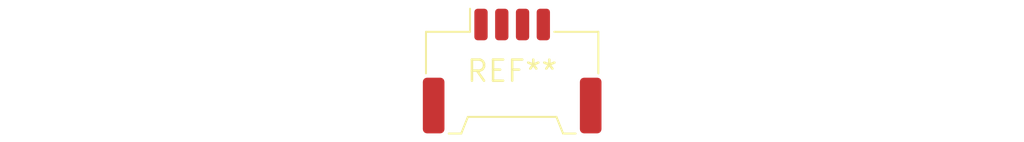
<source format=kicad_pcb>
(kicad_pcb (version 20240108) (generator pcbnew)
  (layers (0 "F.Cu" signal) (31 "B.Cu" signal) (34 "B.Paste" user) (35 "F.Paste" user) (36 "B.SilkS" user "B.Silkscreen") (37 "F.SilkS" user "F.Silkscreen") (38 "B.Mask" user) (39 "F.Mask" user) (44 "Edge.Cuts" user))
  (net 0 "")
  (footprint "Molex_Panelmate_53780-0470_1x04-1MP_P1.25mm_Horizontal" (layer "F.Cu") (at 0 0)
    (property "Reference" "REF**")
    (property "Value" "Molex_Panelmate_53780-0470_1x04-1MP_P1.25mm_Horizontal")
    (fp_line (start -5.185 -2.36) (end -2.535 -2.36) (layer "F.SilkS") (stroke (width 0.12)))
    (fp_line (start -5.185 0.14) (end -5.185 -2.36) (layer "F.SilkS") (stroke (width 0.12)))
    (fp_line (start -3.815 3.76) (end -3.065 3.76) (layer "F.SilkS") (stroke (width 0.12)))
    (fp_line (start -3.065 3.76) (end -2.665 2.76) (layer "F.SilkS") (stroke (width 0.12)))
    (fp_line (start -2.665 2.76) (end 2.665 2.76) (layer "F.SilkS") (stroke (width 0.12)))
    (fp_line (start -2.535 -2.36) (end -2.535 -3.75) (layer "F.SilkS") (stroke (width 0.12)))
    (fp_line (start 2.665 2.76) (end 3.065 3.76) (layer "F.SilkS") (stroke (width 0.12)))
    (fp_line (start 3.065 3.76) (end 3.815 3.76) (layer "F.SilkS") (stroke (width 0.12)))
    (fp_line (start 5.185 -2.36) (end 2.535 -2.36) (layer "F.SilkS") (stroke (width 0.12)))
    (fp_line (start 5.185 0.14) (end 5.185 -2.36) (layer "F.SilkS") (stroke (width 0.12)))
    (pad "1" smd roundrect (at -1.875 -2.8) (size 0.8 1.9) (layers "F.Cu" "F.Paste" "F.Mask"))
    (pad "2" smd roundrect (at -0.625 -2.8) (size 0.8 1.9) (layers "F.Cu" "F.Paste" "F.Mask"))
    (pad "3" smd roundrect (at 0.625 -2.8) (size 0.8 1.9) (layers "F.Cu" "F.Paste" "F.Mask"))
    (pad "4" smd roundrect (at 1.875 -2.8) (size 0.8 1.9) (layers "F.Cu" "F.Paste" "F.Mask"))
    (pad "MP" smd roundrect (at -4.725 2.075) (size 1.3 3.35) (layers "F.Cu" "F.Paste" "F.Mask") (roundrect_rratio 0.192308))
    (pad "MP" smd roundrect (at 4.725 2.075) (size 1.3 3.35) (layers "F.Cu" "F.Paste" "F.Mask") (roundrect_rratio 0.192308))
  )
)
</source>
